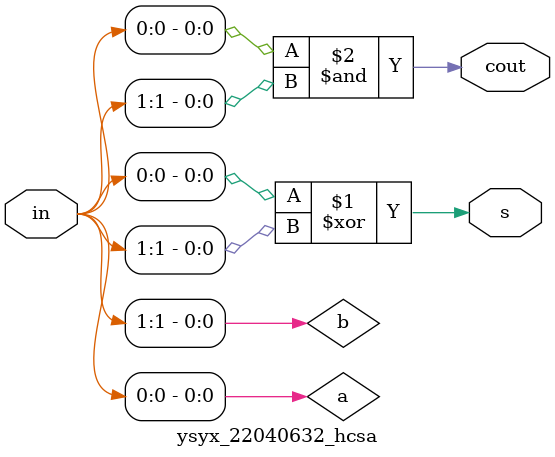
<source format=sv>
module ysyx_22040632_hcsa(
  input [1:0] in,
  output cout,s

);
wire a,b;
assign a=in[0];
assign b=in[1];
assign s = a ^ b ;
assign cout = a & b;  //进位
endmodule
</source>
